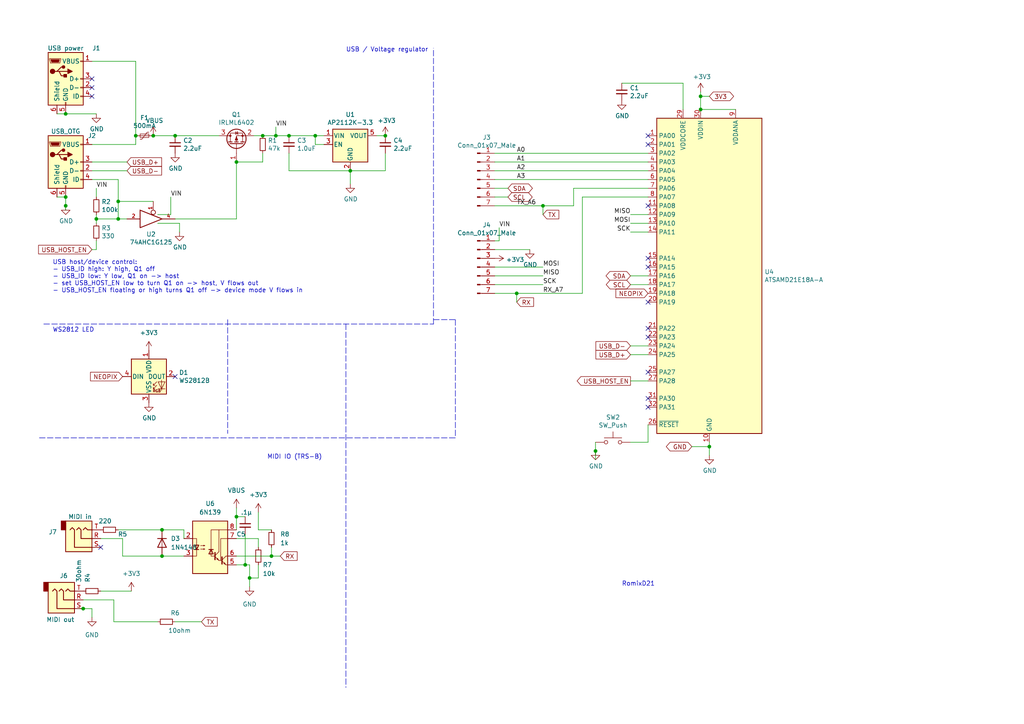
<source format=kicad_sch>
(kicad_sch (version 20211123) (generator eeschema)
  (paper "A4")
  (title_block (title "SAMD21 MIDI bff") (date "02/05/2022") (rev "1"))
  (lib_symbols
    (symbol "74xGxx:74AHC1G125" (pin_names (offset 1.016))
      (property "Reference" "U" (at -2.54 3.81 0))
      (property "Value" "74AHC1G125" (at 0 -3.81 0))
      (symbol "74AHC1G125_0_1"
        (polyline (pts (xy -3.81 2.54) (xy -3.81 -2.54) (xy 2.54 0) (xy -3.81 2.54)) (stroke (width 0.254)))
      )
      (symbol "74AHC1G125_1_1"
        (pin input inverted (at 0 5.08 270) (length 3.81) (name "~") (number "1"))
        (pin input line (at -7.62 0 0) (length 3.81) (name "~") (number "2"))
        (pin power_in line (at 1.27 -1.27 270) (length 0) hide (name "GND") (number "3"))
        (pin tri_state line (at 6.35 0 180) (length 3.81) (name "~") (number "4"))
        (pin power_in line (at 1.27 1.27 90) (length 0) hide (name "VCC") (number "5"))
      )
    )
    (symbol "Connector:AudioJack3"
      (property "Reference" "J" (at 0 8.89 0))
      (property "Value" "AudioJack3" (at 0 6.35 0))
      (symbol "AudioJack3_0_1"
        (rectangle (start -5.08 -5.08) (end -6.35 -2.54) (stroke (width 0.254)) (fill (type outline)))
        (polyline (pts (xy 0 -2.54) (xy 0.635 -3.175) (xy 1.27 -2.54) (xy 2.54 -2.54)) (stroke (width 0.254)))
        (polyline (pts (xy -1.905 -2.54) (xy -1.27 -3.175) (xy -0.635 -2.54) (xy -0.635 0) (xy 2.54 0)) (stroke (width 0.254)))
        (polyline (pts (xy 2.54 2.54) (xy -2.54 2.54) (xy -2.54 -2.54) (xy -3.175 -3.175) (xy -3.81 -2.54)) (stroke (width 0.254)))
        (rectangle (start 2.54 3.81) (end -5.08 -5.08) (stroke (width 0.254)) (fill (type background)))
      )
      (symbol "AudioJack3_1_1"
        (pin passive line (at 5.08 0 180) (length 2.54) (name "~") (number "R"))
        (pin passive line (at 5.08 2.54 180) (length 2.54) (name "~") (number "S"))
        (pin passive line (at 5.08 -2.54 180) (length 2.54) (name "~") (number "T"))
      )
    )
    (symbol "Connector:Conn_01x07_Male" (pin_names (offset 1.016) hide)
      (property "Reference" "J" (at 0 10.16 0))
      (property "Value" "Conn_01x07_Male" (at 0 -10.16 0))
      (symbol "Conn_01x07_Male_1_1"
        (polyline (pts (xy 1.27 -7.62) (xy 0.8636 -7.62)) (stroke (width 0.1524)))
        (polyline (pts (xy 1.27 -5.08) (xy 0.8636 -5.08)) (stroke (width 0.1524)))
        (polyline (pts (xy 1.27 -2.54) (xy 0.8636 -2.54)) (stroke (width 0.1524)))
        (polyline (pts (xy 1.27 0) (xy 0.8636 0)) (stroke (width 0.1524)))
        (polyline (pts (xy 1.27 2.54) (xy 0.8636 2.54)) (stroke (width 0.1524)))
        (polyline (pts (xy 1.27 5.08) (xy 0.8636 5.08)) (stroke (width 0.1524)))
        (polyline (pts (xy 1.27 7.62) (xy 0.8636 7.62)) (stroke (width 0.1524)))
        (rectangle (start 0.8636 -7.493) (end 0 -7.747) (stroke (width 0.1524)) (fill (type outline)))
        (rectangle (start 0.8636 -4.953) (end 0 -5.207) (stroke (width 0.1524)) (fill (type outline)))
        (rectangle (start 0.8636 -2.413) (end 0 -2.667) (stroke (width 0.1524)) (fill (type outline)))
        (rectangle (start 0.8636 0.127) (end 0 -0.127) (stroke (width 0.1524)) (fill (type outline)))
        (rectangle (start 0.8636 2.667) (end 0 2.413) (stroke (width 0.1524)) (fill (type outline)))
        (rectangle (start 0.8636 5.207) (end 0 4.953) (stroke (width 0.1524)) (fill (type outline)))
        (rectangle (start 0.8636 7.747) (end 0 7.493) (stroke (width 0.1524)) (fill (type outline)))
        (pin passive line (at 5.08 7.62 180) (length 3.81) (name "Pin_1") (number "1"))
        (pin passive line (at 5.08 5.08 180) (length 3.81) (name "Pin_2") (number "2"))
        (pin passive line (at 5.08 2.54 180) (length 3.81) (name "Pin_3") (number "3"))
        (pin passive line (at 5.08 0 180) (length 3.81) (name "Pin_4") (number "4"))
        (pin passive line (at 5.08 -2.54 180) (length 3.81) (name "Pin_5") (number "5"))
        (pin passive line (at 5.08 -5.08 180) (length 3.81) (name "Pin_6") (number "6"))
        (pin passive line (at 5.08 -7.62 180) (length 3.81) (name "Pin_7") (number "7"))
      )
    )
    (symbol "Connector:USB_B_Micro" (pin_names (offset 1.016))
      (property "Reference" "J" (at -5.08 11.43 0))
      (property "Value" "USB_B_Micro" (at -5.08 8.89 0))
      (symbol "USB_B_Micro_0_1"
        (rectangle (start -5.08 -7.62) (end 5.08 7.62) (stroke (width 0.254)) (fill (type background)))
        (circle (center -3.81 2.159) (radius 0.635) (stroke (width 0.254)) (fill (type outline)))
        (circle (center -0.635 3.429) (radius 0.381) (stroke (width 0.254)) (fill (type outline)))
        (rectangle (start -0.127 -7.62) (end 0.127 -6.858))
        (polyline (pts (xy -1.905 2.159) (xy 0.635 2.159)) (stroke (width 0.254)))
        (polyline (pts (xy -3.175 2.159) (xy -2.54 2.159) (xy -1.27 3.429) (xy -0.635 3.429)) (stroke (width 0.254)))
        (polyline (pts (xy -2.54 2.159) (xy -1.905 2.159) (xy -1.27 0.889) (xy 0 0.889)) (stroke (width 0.254)))
        (polyline (pts (xy 0.635 2.794) (xy 0.635 1.524) (xy 1.905 2.159) (xy 0.635 2.794)) (stroke (width 0.254)) (fill (type outline)))
        (polyline (pts (xy -4.318 5.588) (xy -1.778 5.588) (xy -2.032 4.826) (xy -4.064 4.826) (xy -4.318 5.588)) (fill (type outline)))
        (polyline (pts (xy -4.699 5.842) (xy -4.699 5.588) (xy -4.445 4.826) (xy -4.445 4.572) (xy -1.651 4.572) (xy -1.651 4.826) (xy -1.397 5.588) (xy -1.397 5.842) (xy -4.699 5.842)))
        (rectangle (start 0.254 1.27) (end -0.508 0.508) (stroke (width 0.254)) (fill (type outline)))
        (rectangle (start 5.08 -5.207) (end 4.318 -4.953))
        (rectangle (start 5.08 -2.667) (end 4.318 -2.413))
        (rectangle (start 5.08 -0.127) (end 4.318 0.127))
        (rectangle (start 5.08 4.953) (end 4.318 5.207))
      )
      (symbol "USB_B_Micro_1_1"
        (pin power_out line (at 7.62 5.08 180) (length 2.54) (name "VBUS") (number "1"))
        (pin bidirectional line (at 7.62 -2.54 180) (length 2.54) (name "D-") (number "2"))
        (pin bidirectional line (at 7.62 0 180) (length 2.54) (name "D+") (number "3"))
        (pin passive line (at 7.62 -5.08 180) (length 2.54) (name "ID") (number "4"))
        (pin power_out line (at 0 -10.16 90) (length 2.54) (name "GND") (number "5"))
        (pin passive line (at -2.54 -10.16 90) (length 2.54) (name "Shield") (number "6"))
      )
    )
    (symbol "Connector:USB_OTG" (pin_names (offset 1.016))
      (property "Reference" "J" (at -5.08 11.43 0))
      (property "Value" "USB_OTG" (at -5.08 8.89 0))
      (symbol "USB_OTG_0_1"
        (rectangle (start -5.08 -7.62) (end 5.08 7.62) (stroke (width 0.254)) (fill (type background)))
        (circle (center -3.81 2.159) (radius 0.635) (stroke (width 0.254)) (fill (type outline)))
        (circle (center -0.635 3.429) (radius 0.381) (stroke (width 0.254)) (fill (type outline)))
        (rectangle (start -0.127 -7.62) (end 0.127 -6.858))
        (polyline (pts (xy -1.905 2.159) (xy 0.635 2.159)) (stroke (width 0.254)))
        (polyline (pts (xy -3.175 2.159) (xy -2.54 2.159) (xy -1.27 3.429) (xy -0.635 3.429)) (stroke (width 0.254)))
        (polyline (pts (xy -2.54 2.159) (xy -1.905 2.159) (xy -1.27 0.889) (xy 0 0.889)) (stroke (width 0.254)))
        (polyline (pts (xy 0.635 2.794) (xy 0.635 1.524) (xy 1.905 2.159) (xy 0.635 2.794)) (stroke (width 0.254)) (fill (type outline)))
        (polyline (pts (xy -4.318 5.588) (xy -1.778 5.588) (xy -2.032 4.826) (xy -4.064 4.826) (xy -4.318 5.588)) (fill (type outline)))
        (polyline (pts (xy -4.699 5.842) (xy -4.699 5.588) (xy -4.445 4.826) (xy -4.445 4.572) (xy -1.651 4.572) (xy -1.651 4.826) (xy -1.397 5.588) (xy -1.397 5.842) (xy -4.699 5.842)))
        (rectangle (start 0.254 1.27) (end -0.508 0.508) (stroke (width 0.254)) (fill (type outline)))
        (rectangle (start 5.08 -5.207) (end 4.318 -4.953))
        (rectangle (start 5.08 -2.667) (end 4.318 -2.413))
        (rectangle (start 5.08 -0.127) (end 4.318 0.127))
        (rectangle (start 5.08 4.953) (end 4.318 5.207))
      )
      (symbol "USB_OTG_1_1"
        (pin passive line (at 7.62 5.08 180) (length 2.54) (name "VBUS") (number "1"))
        (pin bidirectional line (at 7.62 -2.54 180) (length 2.54) (name "D-") (number "2"))
        (pin bidirectional line (at 7.62 0 180) (length 2.54) (name "D+") (number "3"))
        (pin passive line (at 7.62 -5.08 180) (length 2.54) (name "ID") (number "4"))
        (pin passive line (at 0 -10.16 90) (length 2.54) (name "GND") (number "5"))
        (pin passive line (at -2.54 -10.16 90) (length 2.54) (name "Shield") (number "6"))
      )
    )
    (symbol "Device:C_Small" (pin_numbers hide) (pin_names (offset 0.254) hide)
      (property "Reference" "C" (at 0.254 1.778 0))
      (property "Value" "C_Small" (at 0.254 -2.032 0))
      (symbol "C_Small_0_1"
        (polyline (pts (xy -1.524 -0.508) (xy 1.524 -0.508)) (stroke (width 0.3302)))
        (polyline (pts (xy -1.524 0.508) (xy 1.524 0.508)) (stroke (width 0.3048)))
      )
      (symbol "C_Small_1_1"
        (pin passive line (at 0 2.54 270) (length 2.032) (name "~") (number "1"))
        (pin passive line (at 0 -2.54 90) (length 2.032) (name "~") (number "2"))
      )
    )
    (symbol "Device:Polyfuse_Small" (pin_numbers hide) (pin_names (offset 0))
      (property "Reference" "F" (at -1.905 0 90))
      (property "Value" "Polyfuse_Small" (at 1.905 0 90))
      (symbol "Polyfuse_Small_0_1"
        (rectangle (start -0.508 1.27) (end 0.508 -1.27))
        (polyline (pts (xy 0 2.54) (xy 0 -2.54)))
        (polyline (pts (xy -1.016 1.27) (xy -1.016 0.762) (xy 1.016 -0.762) (xy 1.016 -1.27)))
      )
      (symbol "Polyfuse_Small_1_1"
        (pin passive line (at 0 2.54 270) (length 0.635) (name "~") (number "1"))
        (pin passive line (at 0 -2.54 90) (length 0.635) (name "~") (number "2"))
      )
    )
    (symbol "Device:R_Small" (pin_numbers hide) (pin_names (offset 0.254) hide)
      (property "Reference" "R" (at 0.762 0.508 0))
      (property "Value" "R_Small" (at 0.762 -1.016 0))
      (symbol "R_Small_0_1"
        (rectangle (start -0.762 1.778) (end 0.762 -1.778) (stroke (width 0.2032)))
      )
      (symbol "R_Small_1_1"
        (pin passive line (at 0 2.54 270) (length 0.762) (name "~") (number "1"))
        (pin passive line (at 0 -2.54 90) (length 0.762) (name "~") (number "2"))
      )
    )
    (symbol "Diode:1N4148" (pin_numbers hide) (pin_names (offset 1.016) hide)
      (property "Reference" "D" (at 0 2.54 0))
      (property "Value" "1N4148" (at 0 -2.54 0))
      (symbol "1N4148_0_1"
        (polyline (pts (xy -1.27 1.27) (xy -1.27 -1.27)) (stroke (width 0.254)))
        (polyline (pts (xy 1.27 0) (xy -1.27 0)))
        (polyline (pts (xy 1.27 1.27) (xy 1.27 -1.27) (xy -1.27 0) (xy 1.27 1.27)) (stroke (width 0.254)))
      )
      (symbol "1N4148_1_1"
        (pin passive line (at -3.81 0 0) (length 2.54) (name "K") (number "1"))
        (pin passive line (at 3.81 0 180) (length 2.54) (name "A") (number "2"))
      )
    )
    (symbol "Isolator:6N139" (pin_names (offset 1.016) hide)
      (property "Reference" "U" (at -4.064 8.89 0))
      (property "Value" "6N139" (at 2.286 8.89 0))
      (symbol "6N139_0_1"
        (rectangle (start -5.08 7.62) (end 5.08 -7.62) (stroke (width 0.254)) (fill (type background)))
        (polyline (pts (xy -4.572 -0.635) (xy -3.302 -0.635)) (stroke (width 0.254)))
        (polyline (pts (xy 0.889 -0.635) (xy -0.381 -0.635)) (stroke (width 0.254)))
        (polyline (pts (xy 1.397 -2.667) (xy 2.54 -3.81)))
        (polyline (pts (xy 1.397 -2.413) (xy 2.54 -1.27)))
        (polyline (pts (xy 2.54 -3.81) (xy 3.175 -3.81)))
        (polyline (pts (xy 3.429 -3.937) (xy 4.572 -5.08)))
        (polyline (pts (xy 3.429 -3.683) (xy 4.572 -2.54)))
        (polyline (pts (xy 4.572 -5.08) (xy 5.08 -5.08)))
        (polyline (pts (xy 4.572 -2.54) (xy 5.08 -2.54)))
        (polyline (pts (xy 1.397 -1.524) (xy 1.397 -3.556) (xy 1.397 -3.556)) (stroke (width 0.3556)))
        (polyline (pts (xy 2.54 -1.27) (xy 2.54 5.08) (xy 5.08 5.08)))
        (polyline (pts (xy 3.429 -2.794) (xy 3.429 -4.826) (xy 3.429 -4.826)) (stroke (width 0.3556)))
        (polyline (pts (xy 5.08 2.54) (xy 3.048 2.54) (xy 3.048 -3.81)))
        (polyline (pts (xy -5.08 -2.54) (xy -3.937 -2.54) (xy -3.937 2.54) (xy -5.08 2.54)))
        (polyline (pts (xy -3.937 -0.635) (xy -4.572 0.635) (xy -3.302 0.635) (xy -3.937 -0.635)) (stroke (width 0.254)))
        (polyline (pts (xy 0.254 -0.635) (xy 0.889 -1.905) (xy -0.381 -1.905) (xy 0.254 -0.635)) (stroke (width 0.254)))
        (polyline (pts (xy 1.27 -2.54) (xy 0.254 -2.54) (xy 0.254 5.08) (xy 2.54 5.08)))
        (polyline (pts (xy 2.413 -3.683) (xy 2.159 -3.175) (xy 1.905 -3.429) (xy 2.413 -3.683)))
        (polyline (pts (xy 4.445 -4.953) (xy 4.191 -4.445) (xy 3.937 -4.699) (xy 4.445 -4.953)))
        (polyline (pts (xy -2.794 -0.508) (xy -1.524 -0.508) (xy -1.905 -0.635) (xy -1.905 -0.381) (xy -1.524 -0.508)))
        (polyline (pts (xy -2.794 0.508) (xy -1.524 0.508) (xy -1.905 0.381) (xy -1.905 0.635) (xy -1.524 0.508)))
      )
      (symbol "6N139_1_1"
        (pin no_connect line (at -5.08 5.08 0) (length 2.54) hide (name "NC") (number "1"))
        (pin passive line (at -7.62 2.54 0) (length 2.54) (name "C1") (number "2"))
        (pin passive line (at -7.62 -2.54 0) (length 2.54) (name "C2") (number "3"))
        (pin no_connect line (at -5.08 -5.08 0) (length 2.54) hide (name "NC") (number "4"))
        (pin passive line (at 7.62 -5.08 180) (length 2.54) (name "GND") (number "5"))
        (pin passive line (at 7.62 -2.54 180) (length 2.54) (name "VO2") (number "6"))
        (pin passive line (at 7.62 2.54 180) (length 2.54) (name "VO1") (number "7"))
        (pin passive line (at 7.62 5.08 180) (length 2.54) (name "VCC") (number "8"))
      )
    )
    (symbol "LED:WS2812B" (pin_names (offset 0.254))
      (property "Reference" "D" (at 5.08 5.715 0))
      (property "Value" "WS2812B" (at 1.27 -5.715 0))
      (symbol "WS2812B_0_0"
        (text "RGB" (at 2.286 -4.191 0) (effects (font (size 0.762 0.762))))
      )
      (symbol "WS2812B_0_1"
        (polyline (pts (xy 1.27 -3.556) (xy 1.778 -3.556)))
        (polyline (pts (xy 1.27 -2.54) (xy 1.778 -2.54)))
        (polyline (pts (xy 4.699 -3.556) (xy 2.667 -3.556)))
        (polyline (pts (xy 2.286 -2.54) (xy 1.27 -3.556) (xy 1.27 -3.048)))
        (polyline (pts (xy 2.286 -1.524) (xy 1.27 -2.54) (xy 1.27 -2.032)))
        (polyline (pts (xy 3.683 -1.016) (xy 3.683 -3.556) (xy 3.683 -4.064)))
        (polyline (pts (xy 4.699 -1.524) (xy 2.667 -1.524) (xy 3.683 -3.556) (xy 4.699 -1.524)))
        (rectangle (start 5.08 5.08) (end -5.08 -5.08) (stroke (width 0.254)) (fill (type background)))
      )
      (symbol "WS2812B_1_1"
        (pin power_in line (at 0 7.62 270) (length 2.54) (name "VDD") (number "1"))
        (pin output line (at 7.62 0 180) (length 2.54) (name "DOUT") (number "2"))
        (pin power_in line (at 0 -7.62 90) (length 2.54) (name "VSS") (number "3"))
        (pin input line (at -7.62 0 0) (length 2.54) (name "DIN") (number "4"))
      )
    )
    (symbol "MCU_Microchip_SAMD:ATSAMD21E18A-A"
      (property "Reference" "U" (at -13.97 46.99 0))
      (property "Value" "ATSAMD21E18A-A" (at 16.51 46.99 0))
      (symbol "ATSAMD21E18A-A_1_1"
        (rectangle (start -15.24 45.72) (end 15.24 -45.72) (stroke (width 0.254)) (fill (type background)))
        (pin bidirectional line (at -17.78 40.64 0) (length 2.54) (name "PA00") (number "1"))
        (pin power_in line (at 0 -48.26 90) (length 2.54) (name "GND") (number "10"))
        (pin bidirectional line (at -17.78 20.32 0) (length 2.54) (name "PA08") (number "11"))
        (pin bidirectional line (at -17.78 17.78 0) (length 2.54) (name "PA09") (number "12"))
        (pin bidirectional line (at -17.78 15.24 0) (length 2.54) (name "PA10") (number "13"))
        (pin bidirectional line (at -17.78 12.7 0) (length 2.54) (name "PA11") (number "14"))
        (pin bidirectional line (at -17.78 5.08 0) (length 2.54) (name "PA14") (number "15"))
        (pin bidirectional line (at -17.78 2.54 0) (length 2.54) (name "PA15") (number "16"))
        (pin bidirectional line (at -17.78 0 0) (length 2.54) (name "PA16") (number "17"))
        (pin bidirectional line (at -17.78 -2.54 0) (length 2.54) (name "PA17") (number "18"))
        (pin bidirectional line (at -17.78 -5.08 0) (length 2.54) (name "PA18") (number "19"))
        (pin bidirectional line (at -17.78 38.1 0) (length 2.54) (name "PA01") (number "2"))
        (pin bidirectional line (at -17.78 -7.62 0) (length 2.54) (name "PA19") (number "20"))
        (pin bidirectional line (at -17.78 -15.24 0) (length 2.54) (name "PA22") (number "21"))
        (pin bidirectional line (at -17.78 -17.78 0) (length 2.54) (name "PA23") (number "22"))
        (pin bidirectional line (at -17.78 -20.32 0) (length 2.54) (name "PA24") (number "23"))
        (pin bidirectional line (at -17.78 -22.86 0) (length 2.54) (name "PA25") (number "24"))
        (pin bidirectional line (at -17.78 -27.94 0) (length 2.54) (name "PA27") (number "25"))
        (pin input line (at -17.78 -43.18 0) (length 2.54) (name "~{RESET}") (number "26"))
        (pin bidirectional line (at -17.78 -30.48 0) (length 2.54) (name "PA28") (number "27"))
        (pin passive line (at 0 -48.26 90) (length 2.54) hide (name "GND") (number "28"))
        (pin power_out line (at -7.62 48.26 270) (length 2.54) (name "VDDCORE") (number "29"))
        (pin bidirectional line (at -17.78 35.56 0) (length 2.54) (name "PA02") (number "3"))
        (pin power_in line (at -2.54 48.26 270) (length 2.54) (name "VDDIN") (number "30"))
        (pin bidirectional line (at -17.78 -35.56 0) (length 2.54) (name "PA30") (number "31"))
        (pin bidirectional line (at -17.78 -38.1 0) (length 2.54) (name "PA31") (number "32"))
        (pin bidirectional line (at -17.78 33.02 0) (length 2.54) (name "PA03") (number "4"))
        (pin bidirectional line (at -17.78 30.48 0) (length 2.54) (name "PA04") (number "5"))
        (pin bidirectional line (at -17.78 27.94 0) (length 2.54) (name "PA05") (number "6"))
        (pin bidirectional line (at -17.78 25.4 0) (length 2.54) (name "PA06") (number "7"))
        (pin bidirectional line (at -17.78 22.86 0) (length 2.54) (name "PA07") (number "8"))
        (pin power_in line (at 7.62 48.26 270) (length 2.54) (name "VDDANA") (number "9"))
      )
    )
    (symbol "Regulator_Linear:AP2112K-3.3" (pin_names (offset 0.254))
      (property "Reference" "U" (at -5.08 5.715 0))
      (property "Value" "AP2112K-3.3" (at 0 5.715 0))
      (symbol "AP2112K-3.3_0_1"
        (rectangle (start -5.08 4.445) (end 5.08 -5.08) (stroke (width 0.254)) (fill (type background)))
      )
      (symbol "AP2112K-3.3_1_1"
        (pin power_in line (at -7.62 2.54 0) (length 2.54) (name "VIN") (number "1"))
        (pin power_in line (at 0 -7.62 90) (length 2.54) (name "GND") (number "2"))
        (pin input line (at -7.62 0 0) (length 2.54) (name "EN") (number "3"))
        (pin no_connect line (at 5.08 0 180) (length 2.54) hide (name "NC") (number "4"))
        (pin power_out line (at 7.62 2.54 180) (length 2.54) (name "VOUT") (number "5"))
      )
    )
    (symbol "Switch:SW_Push" (pin_numbers hide) (pin_names (offset 1.016) hide)
      (property "Reference" "SW" (at 1.27 2.54 0))
      (property "Value" "SW_Push" (at 0 -1.524 0))
      (symbol "SW_Push_0_1"
        (circle (center -2.032 0) (radius 0.508))
        (polyline (pts (xy 0 1.27) (xy 0 3.048)))
        (polyline (pts (xy 2.54 1.27) (xy -2.54 1.27)))
        (circle (center 2.032 0) (radius 0.508))
        (pin passive line (at -5.08 0 0) (length 2.54) (name "1") (number "1"))
        (pin passive line (at 5.08 0 180) (length 2.54) (name "2") (number "2"))
      )
    )
    (symbol "Transistor_FET:IRLML6402" (pin_names hide)
      (property "Reference" "Q" (at 5.08 1.905 0))
      (property "Value" "IRLML6402" (at 5.08 0 0))
      (symbol "IRLML6402_0_1"
        (polyline (pts (xy 0.254 0) (xy -2.54 0)))
        (polyline (pts (xy 0.254 1.905) (xy 0.254 -1.905)) (stroke (width 0.254)))
        (polyline (pts (xy 0.762 -1.27) (xy 0.762 -2.286)) (stroke (width 0.254)))
        (polyline (pts (xy 0.762 0.508) (xy 0.762 -0.508)) (stroke (width 0.254)))
        (polyline (pts (xy 0.762 2.286) (xy 0.762 1.27)) (stroke (width 0.254)))
        (polyline (pts (xy 2.54 2.54) (xy 2.54 1.778)))
        (polyline (pts (xy 2.54 -2.54) (xy 2.54 0) (xy 0.762 0)))
        (polyline (pts (xy 0.762 1.778) (xy 3.302 1.778) (xy 3.302 -1.778) (xy 0.762 -1.778)))
        (polyline (pts (xy 2.286 0) (xy 1.27 0.381) (xy 1.27 -0.381) (xy 2.286 0)) (fill (type outline)))
        (polyline (pts (xy 2.794 -0.508) (xy 2.921 -0.381) (xy 3.683 -0.381) (xy 3.81 -0.254)))
        (polyline (pts (xy 3.302 -0.381) (xy 2.921 0.254) (xy 3.683 0.254) (xy 3.302 -0.381)))
        (circle (center 1.651 0) (radius 2.794) (stroke (width 0.254)))
        (circle (center 2.54 -1.778) (radius 0.254) (fill (type outline)))
        (circle (center 2.54 1.778) (radius 0.254) (fill (type outline)))
      )
      (symbol "IRLML6402_1_1"
        (pin input line (at -5.08 0 0) (length 2.54) (name "G") (number "1"))
        (pin passive line (at 2.54 -5.08 90) (length 2.54) (name "S") (number "2"))
        (pin passive line (at 2.54 5.08 270) (length 2.54) (name "D") (number "3"))
      )
    )
    (symbol "power:+3V3" (power) (pin_names (offset 0))
      (property "Value" "+3V3" (at 0 3.556 0))
      (symbol "+3V3_0_1"
        (polyline (pts (xy -0.762 1.27) (xy 0 2.54)))
        (polyline (pts (xy 0 0) (xy 0 2.54)))
        (polyline (pts (xy 0 2.54) (xy 0.762 1.27)))
      )
      (symbol "+3V3_1_1"
        (pin power_in line (at 0 0 90) (length 0) hide (name "+3V3") (number "1"))
      )
    )
    (symbol "power:GND" (power) (pin_names (offset 0))
      (property "Value" "GND" (at 0 -3.81 0))
      (symbol "GND_0_1"
        (polyline (pts (xy 0 0) (xy 0 -1.27) (xy 1.27 -1.27) (xy 0 -2.54) (xy -1.27 -1.27) (xy 0 -1.27)))
      )
      (symbol "GND_1_1"
        (pin power_in line (at 0 0 270) (length 0) hide (name "GND") (number "1"))
      )
    )
    (symbol "power:VBUS" (power) (pin_names (offset 0))
      (property "Value" "VBUS" (at 0 3.81 0))
      (symbol "VBUS_0_1"
        (polyline (pts (xy -0.762 1.27) (xy 0 2.54)))
        (polyline (pts (xy 0 0) (xy 0 2.54)))
        (polyline (pts (xy 0 2.54) (xy 0.762 1.27)))
      )
      (symbol "VBUS_1_1"
        (pin power_in line (at 0 0 90) (length 0) hide (name "VBUS") (number "1"))
      )
    )
  )
  (junction (at 39.37 39.37))
  (junction (at 149.86 85.09))
  (junction (at 205.74 129.54))
  (junction (at 19.05 59.69))
  (junction (at 172.72 130.81))
  (junction (at 44.45 39.37))
  (junction (at 80.01 39.37))
  (junction (at 46.99 161.29))
  (junction (at 78.74 161.29))
  (junction (at 27.94 63.5))
  (junction (at 71.12 163.83))
  (junction (at 34.29 63.5))
  (junction (at 101.6 49.53))
  (junction (at 68.58 149.86))
  (junction (at 83.82 39.37))
  (junction (at 111.76 39.37))
  (junction (at 76.2 39.37))
  (junction (at 157.48 59.69))
  (junction (at 203.2 27.94))
  (junction (at 50.8 39.37))
  (junction (at 72.39 167.64))
  (junction (at 19.05 57.15))
  (junction (at 34.29 58.42))
  (junction (at 46.99 153.67))
  (junction (at 24.13 176.53))
  (junction (at 19.05 33.02))
  (junction (at 91.44 39.37))
  (junction (at 203.2 31.75))
  (junction (at 68.58 46.99))
  (no_connect (at 187.96 77.47))
  (no_connect (at 187.96 87.63))
  (no_connect (at 26.67 27.94))
  (no_connect (at 26.67 22.86))
  (no_connect (at 26.67 25.4))
  (no_connect (at 187.96 41.91))
  (no_connect (at 187.96 95.25))
  (no_connect (at 187.96 59.69))
  (no_connect (at 187.96 39.37))
  (no_connect (at 29.21 158.75))
  (no_connect (at 187.96 107.95))
  (no_connect (at 50.8 109.22))
  (no_connect (at 187.96 97.79))
  (no_connect (at 187.96 115.57))
  (no_connect (at 187.96 118.11))
  (no_connect (at 187.96 74.93))
  (wire (pts (xy 45.72 64.77) (xy 52.07 64.77)))
  (wire (pts (xy 187.96 82.55) (xy 182.88 82.55)))
  (wire (pts (xy 93.98 41.91) (xy 91.44 41.91)))
  (wire (pts (xy 76.2 44.45) (xy 76.2 46.99)))
  (wire (pts (xy 34.29 63.5) (xy 27.94 63.5)))
  (wire (pts (xy 72.39 167.64) (xy 72.39 163.83)))
  (wire (pts (xy 52.07 67.31) (xy 52.07 64.77)))
  (wire (pts (xy 91.44 41.91) (xy 91.44 39.37)))
  (wire (pts (xy 50.8 63.5) (xy 68.58 63.5)))
  (wire (pts (xy 187.96 62.23) (xy 182.88 62.23)))
  (wire (pts (xy 16.51 33.02) (xy 19.05 33.02)))
  (wire (pts (xy 27.94 69.85) (xy 27.94 72.39)))
  (wire (pts (xy 149.86 85.09) (xy 149.86 87.63)))
  (wire (pts (xy 172.72 130.81) (xy 172.72 128.27)))
  (wire (pts (xy 205.74 129.54) (xy 200.66 129.54)))
  (wire (pts (xy 26.67 41.91) (xy 39.37 41.91)))
  (wire (pts (xy 166.37 59.69) (xy 157.48 59.69)))
  (wire (pts (xy 46.99 161.29) (xy 53.34 161.29)))
  (wire (pts (xy 27.94 33.02) (xy 19.05 33.02)))
  (wire (pts (xy 187.96 49.53) (xy 143.51 49.53)))
  (wire (pts (xy 71.12 154.94) (xy 71.12 163.83)))
  (wire (pts (xy 68.58 163.83) (xy 71.12 163.83)))
  (wire (pts (xy 203.2 26.67) (xy 203.2 27.94)))
  (wire (pts (xy 29.21 171.45) (xy 38.1 171.45)))
  (wire (pts (xy 74.93 167.64) (xy 72.39 167.64)))
  (wire (pts (xy 16.51 57.15) (xy 19.05 57.15)))
  (wire (pts (xy 187.96 44.45) (xy 143.51 44.45)))
  (wire (pts (xy 22.86 176.53) (xy 24.13 176.53)))
  (wire (pts (xy 187.96 52.07) (xy 143.51 52.07)))
  (wire (pts (xy 35.56 156.21) (xy 29.21 156.21)))
  (wire (pts (xy 111.76 49.53) (xy 101.6 49.53)))
  (wire (pts (xy 74.93 148.59) (xy 74.93 153.67)))
  (wire (pts (xy 168.91 57.15) (xy 168.91 85.09)))
  (wire (pts (xy 83.82 49.53) (xy 83.82 44.45)))
  (polyline (pts (xy 66.04 92.71) (xy 66.04 125.73)))
  (wire (pts (xy 72.39 170.18) (xy 72.39 167.64)))
  (polyline (pts (xy 125.73 92.71) (xy 132.08 92.71)))
  (wire (pts (xy 35.56 161.29) (xy 35.56 156.21)))
  (wire (pts (xy 203.2 27.94) (xy 203.2 31.75)))
  (wire (pts (xy 36.83 46.99) (xy 26.67 46.99)))
  (wire (pts (xy 80.01 36.83) (xy 80.01 39.37)))
  (wire (pts (xy 143.51 80.01) (xy 157.48 80.01)))
  (wire (pts (xy 53.34 156.21) (xy 53.34 153.67)))
  (wire (pts (xy 101.6 53.34) (xy 101.6 49.53)))
  (wire (pts (xy 27.94 63.5) (xy 27.94 64.77)))
  (wire (pts (xy 74.93 163.83) (xy 74.93 167.64)))
  (wire (pts (xy 187.96 110.49) (xy 182.88 110.49)))
  (wire (pts (xy 45.72 62.23) (xy 49.53 62.23)))
  (polyline (pts (xy 100.33 93.98) (xy 100.33 199.39)))
  (polyline (pts (xy 11.43 127) (xy 132.08 127)))
  (wire (pts (xy 147.32 54.61) (xy 143.51 54.61)))
  (wire (pts (xy 44.45 58.42) (xy 34.29 58.42)))
  (wire (pts (xy 143.51 77.47) (xy 157.48 77.47)))
  (wire (pts (xy 19.05 59.69) (xy 19.05 57.15)))
  (wire (pts (xy 91.44 39.37) (xy 83.82 39.37)))
  (wire (pts (xy 19.05 60.96) (xy 19.05 59.69)))
  (wire (pts (xy 74.93 156.21) (xy 68.58 156.21)))
  (wire (pts (xy 71.12 163.83) (xy 72.39 163.83)))
  (wire (pts (xy 78.74 161.29) (xy 81.28 161.29)))
  (wire (pts (xy 198.12 24.13) (xy 180.34 24.13)))
  (wire (pts (xy 187.96 80.01) (xy 182.88 80.01)))
  (wire (pts (xy 53.34 153.67) (xy 46.99 153.67)))
  (wire (pts (xy 182.88 67.31) (xy 187.96 67.31)))
  (wire (pts (xy 26.67 52.07) (xy 34.29 52.07)))
  (wire (pts (xy 172.72 133.35) (xy 172.72 130.81)))
  (wire (pts (xy 143.51 72.39) (xy 153.67 72.39)))
  (wire (pts (xy 34.29 52.07) (xy 34.29 58.42)))
  (wire (pts (xy 213.36 31.75) (xy 203.2 31.75)))
  (wire (pts (xy 149.86 85.09) (xy 143.51 85.09)))
  (wire (pts (xy 187.96 57.15) (xy 168.91 57.15)))
  (wire (pts (xy 26.67 49.53) (xy 36.83 49.53)))
  (wire (pts (xy 80.01 39.37) (xy 83.82 39.37)))
  (wire (pts (xy 68.58 147.32) (xy 68.58 149.86)))
  (wire (pts (xy 144.78 69.85) (xy 144.78 66.04)))
  (wire (pts (xy 147.32 57.15) (xy 143.51 57.15)))
  (wire (pts (xy 76.2 39.37) (xy 80.01 39.37)))
  (wire (pts (xy 24.13 173.99) (xy 33.02 173.99)))
  (wire (pts (xy 50.8 180.34) (xy 58.42 180.34)))
  (wire (pts (xy 143.51 82.55) (xy 157.48 82.55)))
  (wire (pts (xy 35.56 161.29) (xy 46.99 161.29)))
  (wire (pts (xy 198.12 31.75) (xy 198.12 24.13)))
  (wire (pts (xy 205.74 27.94) (xy 203.2 27.94)))
  (wire (pts (xy 26.67 179.07) (xy 26.67 176.53)))
  (wire (pts (xy 187.96 54.61) (xy 166.37 54.61)))
  (polyline (pts (xy 12.7 93.98) (xy 125.73 93.98)))
  (wire (pts (xy 34.29 153.67) (xy 46.99 153.67)))
  (wire (pts (xy 166.37 54.61) (xy 166.37 59.69)))
  (wire (pts (xy 182.88 64.77) (xy 187.96 64.77)))
  (wire (pts (xy 157.48 59.69) (xy 157.48 62.23)))
  (wire (pts (xy 68.58 149.86) (xy 68.58 153.67)))
  (wire (pts (xy 50.8 39.37) (xy 63.5 39.37)))
  (wire (pts (xy 205.74 129.54) (xy 205.74 128.27)))
  (wire (pts (xy 143.51 46.99) (xy 187.96 46.99)))
  (wire (pts (xy 187.96 123.19) (xy 187.96 128.27)))
  (polyline (pts (xy 125.73 93.98) (xy 125.73 13.97)))
  (wire (pts (xy 76.2 46.99) (xy 68.58 46.99)))
  (wire (pts (xy 33.02 180.34) (xy 45.72 180.34)))
  (wire (pts (xy 68.58 161.29) (xy 78.74 161.29)))
  (wire (pts (xy 168.91 85.09) (xy 149.86 85.09)))
  (wire (pts (xy 33.02 173.99) (xy 33.02 180.34)))
  (wire (pts (xy 44.45 39.37) (xy 50.8 39.37)))
  (wire (pts (xy 68.58 149.86) (xy 71.12 149.86)))
  (wire (pts (xy 27.94 72.39) (xy 26.67 72.39)))
  (wire (pts (xy 39.37 39.37) (xy 39.37 41.91)))
  (wire (pts (xy 157.48 59.69) (xy 143.51 59.69)))
  (wire (pts (xy 205.74 132.08) (xy 205.74 129.54)))
  (wire (pts (xy 101.6 49.53) (xy 83.82 49.53)))
  (wire (pts (xy 34.29 58.42) (xy 34.29 63.5)))
  (wire (pts (xy 27.94 54.61) (xy 27.94 57.15)))
  (wire (pts (xy 36.83 63.5) (xy 34.29 63.5)))
  (wire (pts (xy 27.94 62.23) (xy 27.94 63.5)))
  (wire (pts (xy 111.76 39.37) (xy 109.22 39.37)))
  (wire (pts (xy 39.37 17.78) (xy 39.37 39.37)))
  (wire (pts (xy 76.2 39.37) (xy 73.66 39.37)))
  (wire (pts (xy 182.88 100.33) (xy 187.96 100.33)))
  (wire (pts (xy 24.13 176.53) (xy 26.67 176.53)))
  (wire (pts (xy 49.53 62.23) (xy 49.53 57.15)))
  (polyline (pts (xy 132.08 92.71) (xy 132.08 127)))
  (wire (pts (xy 68.58 63.5) (xy 68.58 46.99)))
  (wire (pts (xy 74.93 158.75) (xy 74.93 156.21)))
  (wire (pts (xy 74.93 153.67) (xy 78.74 153.67)))
  (wire (pts (xy 26.67 17.78) (xy 39.37 17.78)))
  (wire (pts (xy 91.44 39.37) (xy 93.98 39.37)))
  (wire (pts (xy 187.96 128.27) (xy 182.88 128.27)))
  (wire (pts (xy 111.76 44.45) (xy 111.76 49.53)))
  (wire (pts (xy 187.96 102.87) (xy 182.88 102.87)))
  (wire (pts (xy 78.74 158.75) (xy 78.74 161.29)))
  (wire (pts (xy 143.51 69.85) (xy 144.78 69.85)))
  (text "WS2812 LED\n" (at 15.24 96.52 0) (effects (font (size 1.27 1.27)) (justify left bottom)))
  (text "USB host/device control:\n- USB_ID high: Y high, Q1 off\n- USB_ID low: Y low, Q1 on -> host\n- set USB_HOST_EN low to turn Q1 on -> host, V flows out\n- USB_HOST_EN floating or high turns Q1 off -> device mode V flows in\n" (at 15.24 85.09 0) (effects (font (size 1.27 1.27)) (justify left bottom)))
  (text "MIDI IO (TRS-B)" (at 77.47 133.35 0) (effects (font (size 1.27 1.27)) (justify left bottom)))
  (text "USB / Voltage regulator\n" (at 100.33 15.24 0) (effects (font (size 1.27 1.27)) (justify left bottom)))
  (text "RomixD21\n" (at 180.34 170.18 0) (effects (font (size 1.27 1.27)) (justify left bottom)))
  (label "SCK" (at 182.88 67.31 180))
  (label "MOSI" (at 182.88 64.77 180))
  (label "VIN" (at 80.01 36.83 0))
  (label "TX_A6" (at 149.86 59.69 0))
  (label "A0" (at 149.86 44.45 0))
  (label "MISO" (at 182.88 62.23 180))
  (label "A2" (at 149.86 49.53 0))
  (label "MISO" (at 157.48 80.01 0))
  (label "VIN" (at 144.78 66.04 0))
  (label "MOSI" (at 157.48 77.47 0))
  (label "VIN" (at 49.53 57.15 0))
  (label "VIN" (at 27.94 54.61 0))
  (label "A1" (at 149.86 46.99 0))
  (label "RX_A7" (at 157.48 85.09 0))
  (label "SCK" (at 157.48 82.55 0))
  (label "A3" (at 149.86 52.07 0))
  (global_label "SCL" (shape bidirectional) (at 147.32 57.15 0) (property "Intersheet References" "${INTERSHEET_REFS}" (effects hide)))
  (global_label "SCL" (shape bidirectional) (at 182.88 82.55 180) (property "Intersheet References" "${INTERSHEET_REFS}" (effects hide)))
  (global_label "SDA" (shape bidirectional) (at 182.88 80.01 180) (property "Intersheet References" "${INTERSHEET_REFS}" (effects hide)))
  (global_label "SDA" (shape bidirectional) (at 147.32 54.61 0) (property "Intersheet References" "${INTERSHEET_REFS}" (effects hide)))
  (global_label "USB_D-" (shape input) (at 36.83 49.53 0) (property "Intersheet References" "${INTERSHEET_REFS}" (effects hide)))
  (global_label "USB_D+" (shape input) (at 182.88 102.87 180) (property "Intersheet References" "${INTERSHEET_REFS}" (effects hide)))
  (global_label "RX" (shape input) (at 149.86 87.63 0) (property "Intersheet References" "${INTERSHEET_REFS}" (effects hide)))
  (global_label "NEOPIX" (shape input) (at 187.96 85.09 180) (property "Intersheet References" "${INTERSHEET_REFS}" (effects hide)))
  (global_label "USB_HOST_EN" (shape input) (at 26.67 72.39 180) (property "Intersheet References" "${INTERSHEET_REFS}" (effects hide)))
  (global_label "3V3" (shape bidirectional) (at 205.74 27.94 0) (property "Intersheet References" "${INTERSHEET_REFS}" (effects hide)))
  (global_label "TX" (shape input) (at 58.42 180.34 0) (property "Intersheet References" "${INTERSHEET_REFS}" (effects hide)))
  (global_label "TX" (shape input) (at 157.48 62.23 0) (property "Intersheet References" "${INTERSHEET_REFS}" (effects hide)))
  (global_label "GND" (shape bidirectional) (at 200.66 129.54 180) (property "Intersheet References" "${INTERSHEET_REFS}" (effects hide)))
  (global_label "RX" (shape input) (at 81.28 161.29 0) (property "Intersheet References" "${INTERSHEET_REFS}" (effects hide)))
  (global_label "USB_HOST_EN" (shape output) (at 182.88 110.49 180) (property "Intersheet References" "${INTERSHEET_REFS}" (effects hide)))
  (global_label "USB_D-" (shape input) (at 182.88 100.33 180) (property "Intersheet References" "${INTERSHEET_REFS}" (effects hide)))
  (global_label "USB_D+" (shape input) (at 36.83 46.99 0) (property "Intersheet References" "${INTERSHEET_REFS}" (effects hide)))
  (global_label "NEOPIX" (shape input) (at 35.56 109.22 180) (property "Intersheet References" "${INTERSHEET_REFS}" (effects hide)))
  (symbol (lib_id "Connector:USB_OTG") (at 19.05 46.99 0) (unit 1)
    (property "Reference" "J2" (at 26.67 39.37 0))
    (property "Value" "USB_OTG" (at 19.05 38.1 0))
    (property "Footprint" "Connector_USB:USB_Micro-B_Amphenol_10104110_Horizontal" (effects hide))
    (property "Datasheet" " ~" (effects hide))
  )
  (symbol (lib_id "74xGxx:74AHC1G125") (at 44.45 63.5 0) (unit 1)
    (property "Reference" "U2" (at 43.815 67.945 0))
    (property "Value" "74AHC1G125" (at 43.815 70.2564 0))
    (property "Footprint" "Package_TO_SOT_SMD:SOT-23-5_HandSoldering" (effects hide))
    (property "Datasheet" "http://www.ti.com/lit/sg/scyt129e/scyt129e.pdf" (effects hide))
  )
  (symbol (lib_id "Transistor_FET:IRLML6402") (at 68.58 41.91 90) (unit 1)
    (property "Reference" "Q1" (at 68.58 33.2232 90))
    (property "Value" "IRLML6402" (at 68.58 35.5346 90))
    (property "Footprint" "Package_TO_SOT_SMD:SOT-23" (effects hide))
    (property "Datasheet" "https://www.infineon.com/dgdl/irlml6402pbf.pdf?fileId=5546d462533600a401535668d5c2263c" (effects hide))
  )
  (symbol (lib_id "Regulator_Linear:AP2112K-3.3") (at 101.6 41.91 0) (unit 1)
    (property "Reference" "U1" (at 101.6 33.2232 0))
    (property "Value" "AP2112K-3.3" (at 101.6 35.5346 0))
    (property "Footprint" "Package_TO_SOT_SMD:SOT-23-5" (effects hide))
    (property "Datasheet" "https://www.diodes.com/assets/Datasheets/AP2112.pdf" (effects hide))
  )
  (symbol (lib_id "Device:Polyfuse_Small") (at 41.91 39.37 270) (unit 1)
    (property "Reference" "F1" (at 41.91 34.163 90))
    (property "Value" "500mA" (at 41.91 36.4744 90))
    (property "Footprint" "Fuse:Fuse_1206_3216Metric" (effects hide))
  )
  (symbol (lib_id "Device:C_Small") (at 50.8 41.91 0) (unit 1)
    (property "Reference" "C2" (at 53.1368 40.7416 0) (effects (justify left)))
    (property "Value" "2.2uF" (at 53.1368 43.053 0) (effects (justify left)))
    (property "Footprint" "Capacitor_SMD:C_1206_3216Metric" (effects hide))
  )
  (symbol (lib_id "Device:C_Small") (at 83.82 41.91 0) (unit 1)
    (property "Reference" "C3" (at 86.1568 40.7416 0) (effects (justify left)))
    (property "Value" "1.0uF" (at 86.1568 43.053 0) (effects (justify left)))
    (property "Footprint" "Capacitor_SMD:C_1206_3216Metric" (effects hide))
  )
  (symbol (lib_id "Device:R_Small") (at 27.94 59.69 0) (unit 1)
    (property "Reference" "R2" (at 29.4386 58.5216 0) (effects (justify left)))
    (property "Value" "100k" (at 29.4386 60.833 0) (effects (justify left)))
    (property "Footprint" "Resistor_SMD:R_1206_3216Metric" (effects hide))
  )
  (symbol (lib_id "Device:R_Small") (at 27.94 67.31 0) (unit 1)
    (property "Reference" "R3" (at 29.4386 66.1416 0) (effects (justify left)))
    (property "Value" "330" (at 29.4386 68.453 0) (effects (justify left)))
    (property "Footprint" "Resistor_SMD:R_1206_3216Metric" (effects hide))
  )
  (symbol (lib_id "power:GND") (at 50.8 44.45 0) (unit 1)
    (property "Reference" "#PWR0101" (effects hide))
    (property "Value" "GND" (at 50.927 48.8442 0))
  )
  (symbol (lib_id "Device:R_Small") (at 76.2 41.91 0) (unit 1)
    (property "Reference" "R1" (at 77.6986 40.7416 0) (effects (justify left)))
    (property "Value" "47k" (at 77.6986 43.053 0) (effects (justify left)))
    (property "Footprint" "Resistor_SMD:R_1206_3216Metric" (effects hide))
  )
  (symbol (lib_id "MCU_Microchip_SAMD:ATSAMD21E18A-A") (at 205.74 80.01 0) (unit 1)
    (property "Reference" "U4" (at 221.742 78.8416 0) (effects (justify left)))
    (property "Value" "ATSAMD21E18A-A" (at 221.742 81.153 0) (effects (justify left)))
    (property "Footprint" "Package_QFP:TQFP-32_7x7mm_P0.8mm" (effects hide))
    (property "Datasheet" "http://ww1.microchip.com/downloads/en/DeviceDoc/SAM_D21_DA1_Family_Data%20Sheet_DS40001882E.pdf" (effects hide))
  )
  (symbol (lib_id "power:VBUS") (at 44.45 39.37 0) (unit 1)
    (property "Reference" "#PWR0102" (effects hide))
    (property "Value" "VBUS" (at 44.831 34.9758 0))
  )
  (symbol (lib_id "power:GND") (at 101.6 53.34 0) (unit 1)
    (property "Reference" "#PWR0103" (effects hide))
    (property "Value" "GND" (at 101.727 57.7342 0))
  )
  (symbol (lib_id "power:GND") (at 27.94 33.02 0) (unit 1)
    (property "Reference" "#PWR0104" (effects hide))
    (property "Value" "GND" (at 28.067 37.4142 0))
  )
  (symbol (lib_id "power:GND") (at 52.07 67.31 0) (unit 1)
    (property "Reference" "#PWR0105" (effects hide))
    (property "Value" "GND" (at 52.197 71.7042 0))
  )
  (symbol (lib_id "Device:C_Small") (at 111.76 41.91 0) (unit 1)
    (property "Reference" "C4" (at 114.0968 40.7416 0) (effects (justify left)))
    (property "Value" "2.2uF" (at 114.0968 43.053 0) (effects (justify left)))
    (property "Footprint" "Capacitor_SMD:C_1206_3216Metric" (effects hide))
  )
  (symbol (lib_id "power:+3V3") (at 111.76 39.37 0) (unit 1)
    (property "Reference" "#PWR0106" (effects hide))
    (property "Value" "+3V3" (at 112.141 34.9758 0))
  )
  (symbol (lib_id "power:GND") (at 19.05 59.69 0) (unit 1)
    (property "Reference" "#PWR0107" (effects hide))
    (property "Value" "GND" (at 19.177 64.0842 0))
  )
  (symbol (lib_id "LED:WS2812B") (at 43.18 109.22 0) (unit 1)
    (property "Reference" "D1" (at 51.9176 108.0516 0) (effects (justify left)))
    (property "Value" "WS2812B" (at 51.9176 110.363 0) (effects (justify left)))
    (property "Footprint" "LED_SMD:LED_WS2812B_PLCC4_5.0x5.0mm_P3.2mm" (effects hide))
    (property "Datasheet" "https://cdn-shop.adafruit.com/datasheets/WS2812B.pdf" (effects hide))
  )
  (symbol (lib_id "power:GND") (at 43.18 116.84 0) (unit 1)
    (property "Reference" "#PWR0110" (effects hide))
    (property "Value" "GND" (at 43.307 121.2342 0))
  )
  (symbol (lib_id "power:GND") (at 205.74 132.08 0) (unit 1)
    (property "Reference" "#PWR0111" (effects hide))
    (property "Value" "GND" (at 205.867 136.4742 0))
  )
  (symbol (lib_id "Device:C_Small") (at 180.34 26.67 0) (unit 1)
    (property "Reference" "C1" (at 182.6768 25.5016 0) (effects (justify left)))
    (property "Value" "2.2uF" (at 182.6768 27.813 0) (effects (justify left)))
    (property "Footprint" "Capacitor_SMD:C_1206_3216Metric" (effects hide))
  )
  (symbol (lib_id "power:GND") (at 180.34 29.21 0) (unit 1)
    (property "Reference" "#PWR0112" (effects hide))
    (property "Value" "GND" (at 180.467 33.6042 0))
  )
  (symbol (lib_id "power:+3V3") (at 203.2 26.67 0) (unit 1)
    (property "Reference" "#PWR0113" (effects hide))
    (property "Value" "+3V3" (at 203.581 22.2758 0))
  )
  (symbol (lib_id "power:GND") (at 172.72 130.81 0) (unit 1)
    (property "Reference" "#PWR0114" (effects hide))
    (property "Value" "GND" (at 172.847 135.2042 0))
  )
  (symbol (lib_id "Connector:Conn_01x07_Male") (at 138.43 52.07 0) (unit 1)
    (property "Reference" "J3" (at 141.1732 39.8526 0))
    (property "Value" "Conn_01x07_Male" (at 141.1732 42.164 0))
    (property "Footprint" "Connector_PinHeader_2.54mm:PinHeader_1x07_P2.54mm_Vertical" (effects hide))
  )
  (symbol (lib_id "Connector:Conn_01x07_Male") (at 138.43 77.47 0) (unit 1)
    (property "Reference" "J4" (at 141.1732 65.2526 0))
    (property "Value" "Conn_01x07_Male" (at 141.1732 67.564 0))
    (property "Footprint" "Connector_PinHeader_2.54mm:PinHeader_1x07_P2.54mm_Vertical" (effects hide))
  )
  (symbol (lib_id "power:GND") (at 153.67 72.39 0) (unit 1)
    (property "Reference" "#PWR0115" (effects hide))
    (property "Value" "GND" (at 153.797 76.7842 0))
  )
  (symbol (lib_id "power:+3V3") (at 143.51 74.93 270) (unit 1)
    (property "Reference" "#PWR0116" (effects hide))
    (property "Value" "+3V3" (at 146.7612 75.311 90) (effects (justify left)))
  )
  (symbol (lib_id "Switch:SW_Push") (at 177.8 128.27 0) (unit 1)
    (property "Reference" "SW2" (at 177.8 121.031 0))
    (property "Value" "SW_Push" (at 177.8 123.3424 0))
    (property "Footprint" "Button_Switch_SMD:SW_SPST_EVQP7A" (effects hide))
  )
  (symbol (lib_id "power:GND") (at 26.67 179.07 0) (unit 1)
    (property "Reference" "#PWR0121" (effects hide))
    (property "Value" "GND" (at 26.67 184.15 0))
  )
  (symbol (lib_id "Isolator:6N139") (at 60.96 158.75 0) (unit 1)
    (property "Reference" "U6" (at 60.96 146.05 0))
    (property "Value" "6N139" (at 60.96 148.59 0))
    (property "Footprint" "Package_DIP:DIP-8_W7.62mm_SMDSocket_SmallPads" (effects hide))
    (property "Datasheet" "http://www.onsemi.com/pub/Collateral/HCPL2731-D.pdf" (effects hide))
  )
  (symbol (lib_id "Diode:1N4148") (at 46.99 157.48 270) (unit 1)
    (property "Reference" "D3" (at 49.53 156.2099 90) (effects (justify left)))
    (property "Value" "1N4148" (at 49.53 158.7499 90) (effects (justify left)))
    (property "Footprint" "Diode_SMD:D_SOD-123" (effects hide))
    (property "Datasheet" "https://assets.nexperia.com/documents/data-sheet/1N4148_1N4448.pdf" (effects hide))
  )
  (symbol (lib_id "Device:R_Small") (at 26.67 171.45 90) (unit 1)
    (property "Reference" "R4" (at 25.3999 168.91 0) (effects (justify left)))
    (property "Value" "30ohm" (at 22.86 168.91 0) (effects (justify left)))
    (property "Footprint" "Resistor_SMD:R_1206_3216Metric" (effects hide))
  )
  (symbol (lib_id "power:VBUS") (at 68.58 147.32 0) (unit 1)
    (property "Reference" "#PWR0109" (effects hide))
    (property "Value" "VBUS" (at 68.58 142.24 0))
  )
  (symbol (lib_id "power:GND") (at 72.39 170.18 0) (unit 1)
    (property "Reference" "#PWR0124" (effects hide))
    (property "Value" "GND" (at 72.39 175.26 0))
  )
  (symbol (lib_id "Device:R_Small") (at 31.75 153.67 270) (unit 1)
    (property "Reference" "R5" (at 35.56 154.94 90))
    (property "Value" "220" (at 30.48 151.13 90))
    (property "Footprint" "Resistor_SMD:R_1206_3216Metric" (effects hide))
  )
  (symbol (lib_id "power:+3V3") (at 38.1 171.45 0) (unit 1)
    (property "Reference" "#PWR0120" (effects hide))
    (property "Value" "+3V3" (at 38.1 166.37 0))
  )
  (symbol (lib_id "Device:C_Small") (at 71.12 152.4 0) (unit 1)
    (property "Reference" "C5" (at 68.58 154.94 0) (effects (justify left)))
    (property "Value" ".1µ" (at 69.85 148.59 0) (effects (justify left)))
    (property "Footprint" "Capacitor_SMD:C_1206_3216Metric" (effects hide))
  )
  (symbol (lib_id "Device:R_Small") (at 74.93 161.29 0) (unit 1)
    (property "Reference" "R7" (at 76.2 163.83 0) (effects (justify left)))
    (property "Value" "10k" (at 76.2 166.37 0) (effects (justify left)))
    (property "Footprint" "Resistor_SMD:R_1206_3216Metric" (effects hide))
  )
  (symbol (lib_id "Device:R_Small") (at 78.74 156.21 0) (unit 1)
    (property "Reference" "R8" (at 81.28 154.9399 0) (effects (justify left)))
    (property "Value" "1k" (at 81.28 157.4799 0) (effects (justify left)))
    (property "Footprint" "Resistor_SMD:R_1206_3216Metric" (effects hide))
  )
  (symbol (lib_id "Connector:AudioJack3") (at 19.05 173.99 0) (mirror x) (unit 1)
    (property "Reference" "J6" (at 19.685 167.005 0) (effects (justify right)))
    (property "Value" "MIDI out" (at 21.59 179.705 0) (effects (justify right)))
    (property "Footprint" "Connector_Audio:Jack_3.5mm_PJ313D_Horizontal" (effects hide))
  )
  (symbol (lib_id "Connector:AudioJack3") (at 24.13 156.21 0) (mirror x) (unit 1)
    (property "Reference" "J7" (at 16.51 154.3049 0) (effects (justify right)))
    (property "Value" "MIDI in" (at 26.67 149.86 0) (effects (justify right)))
    (property "Footprint" "Connector_Audio:Jack_3.5mm_PJ313D_Horizontal" (effects hide))
  )
  (symbol (lib_id "power:+3V3") (at 74.93 148.59 0) (unit 1)
    (property "Reference" "#PWR0122" (effects hide))
    (property "Value" "+3V3" (at 74.93 143.51 0))
  )
  (symbol (lib_id "power:+3V3") (at 43.18 101.6 0) (unit 1)
    (property "Reference" "#PWR0108" (effects hide))
    (property "Value" "+3V3" (at 43.18 96.52 0))
  )
  (symbol (lib_id "Connector:USB_B_Micro") (at 19.05 22.86 0) (unit 1)
    (property "Reference" "J1" (at 27.94 13.97 0))
    (property "Value" "USB power" (at 19.05 13.97 0))
    (property "Footprint" "Connector_USB:USB_Micro-B_Ali_power_only" (effects hide))
  )
  (symbol (lib_id "Device:R_Small") (at 48.26 180.34 270) (unit 1)
    (property "Reference" "R6" (at 50.8 177.8 90))
    (property "Value" "10ohm" (at 52.07 182.88 90))
    (property "Footprint" "Resistor_SMD:R_1206_3216Metric" (effects hide))
  )
)
</source>
